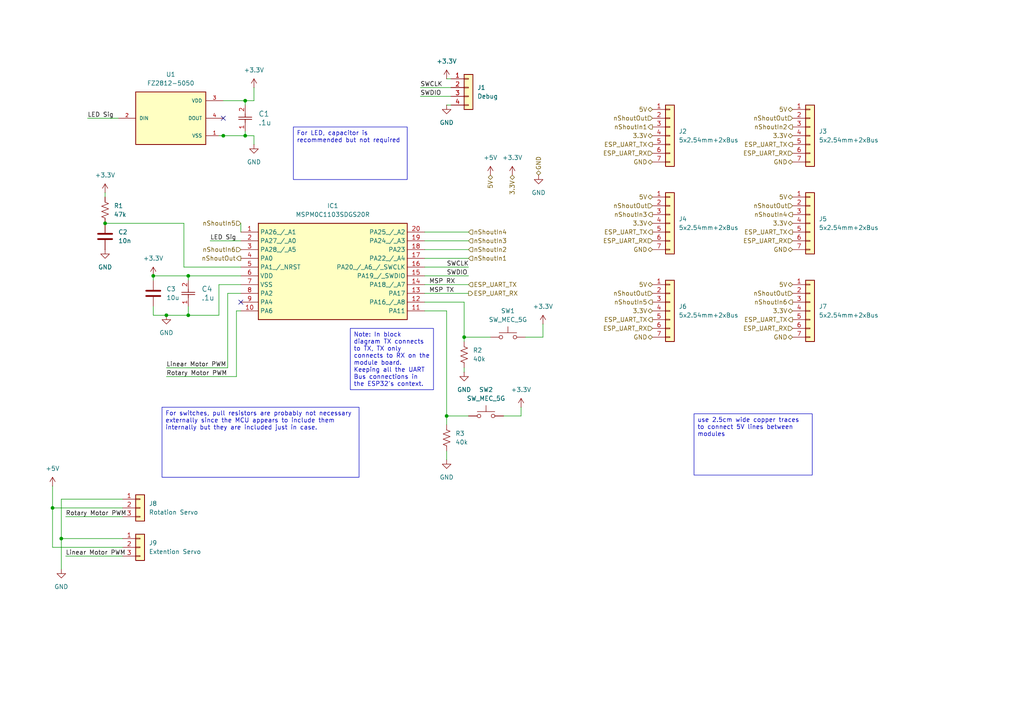
<source format=kicad_sch>
(kicad_sch (version 20250114) (generator "eeschema") (generator_version "9.0")
  (paper "A4")
  (title_block (title "Module Board") (date "2025-11-21") (rev "1") (company "WPI") (comment 1 "ECE 2799 T1") (comment 2 "Rev 1: AAC"))
  (lib_symbols
    (symbol "Connector_Generic:Conn_01x03" (pin_names (offset 1.016) (hide yes))
      (property "Reference" "J" (at 0 5.08 0))
      (property "Value" "Conn_01x03" (at 0 -5.08 0))
      (symbol "Conn_01x03_1_1"
        (rectangle (start -1.27 3.81) (end 1.27 -3.81) (stroke (width 0.254)) (fill (type background)))
        (rectangle (start -1.27 2.667) (end 0 2.413) (stroke (width 0.1524)))
        (rectangle (start -1.27 0.127) (end 0 -0.127) (stroke (width 0.1524)))
        (rectangle (start -1.27 -2.413) (end 0 -2.667) (stroke (width 0.1524)))
        (pin passive line (at -5.08 2.54 0) (length 3.81) (name "Pin_1") (number "1"))
        (pin passive line (at -5.08 0 0) (length 3.81) (name "Pin_2") (number "2"))
        (pin passive line (at -5.08 -2.54 0) (length 3.81) (name "Pin_3") (number "3"))
      )
    )
    (symbol "Connector_Generic:Conn_01x04" (pin_names (offset 1.016) (hide yes))
      (property "Reference" "J" (at 0 5.08 0))
      (property "Value" "Conn_01x04" (at 0 -7.62 0))
      (symbol "Conn_01x04_1_1"
        (rectangle (start -1.27 3.81) (end 1.27 -6.35) (stroke (width 0.254)) (fill (type background)))
        (rectangle (start -1.27 2.667) (end 0 2.413) (stroke (width 0.1524)))
        (rectangle (start -1.27 0.127) (end 0 -0.127) (stroke (width 0.1524)))
        (rectangle (start -1.27 -2.413) (end 0 -2.667) (stroke (width 0.1524)))
        (rectangle (start -1.27 -4.953) (end 0 -5.207) (stroke (width 0.1524)))
        (pin passive line (at -5.08 2.54 0) (length 3.81) (name "Pin_1") (number "1"))
        (pin passive line (at -5.08 0 0) (length 3.81) (name "Pin_2") (number "2"))
        (pin passive line (at -5.08 -2.54 0) (length 3.81) (name "Pin_3") (number "3"))
        (pin passive line (at -5.08 -5.08 0) (length 3.81) (name "Pin_4") (number "4"))
      )
    )
    (symbol "Connector_Generic:Conn_01x07" (pin_names (offset 1.016) (hide yes))
      (property "Reference" "J" (at 0 10.16 0))
      (property "Value" "Conn_01x07" (at 0 -10.16 0))
      (symbol "Conn_01x07_1_1"
        (rectangle (start -1.27 8.89) (end 1.27 -8.89) (stroke (width 0.254)) (fill (type background)))
        (rectangle (start -1.27 7.747) (end 0 7.493) (stroke (width 0.1524)))
        (rectangle (start -1.27 5.207) (end 0 4.953) (stroke (width 0.1524)))
        (rectangle (start -1.27 2.667) (end 0 2.413) (stroke (width 0.1524)))
        (rectangle (start -1.27 0.127) (end 0 -0.127) (stroke (width 0.1524)))
        (rectangle (start -1.27 -2.413) (end 0 -2.667) (stroke (width 0.1524)))
        (rectangle (start -1.27 -4.953) (end 0 -5.207) (stroke (width 0.1524)))
        (rectangle (start -1.27 -7.493) (end 0 -7.747) (stroke (width 0.1524)))
        (pin passive line (at -5.08 7.62 0) (length 3.81) (name "Pin_1") (number "1"))
        (pin passive line (at -5.08 5.08 0) (length 3.81) (name "Pin_2") (number "2"))
        (pin passive line (at -5.08 2.54 0) (length 3.81) (name "Pin_3") (number "3"))
        (pin passive line (at -5.08 0 0) (length 3.81) (name "Pin_4") (number "4"))
        (pin passive line (at -5.08 -2.54 0) (length 3.81) (name "Pin_5") (number "5"))
        (pin passive line (at -5.08 -5.08 0) (length 3.81) (name "Pin_6") (number "6"))
        (pin passive line (at -5.08 -7.62 0) (length 3.81) (name "Pin_7") (number "7"))
      )
    )
    (symbol "Device:C" (pin_numbers (hide yes)) (pin_names (offset 0.254))
      (property "Reference" "C" (at 0.635 2.54 0))
      (property "Value" "C" (at 0.635 -2.54 0))
      (symbol "C_0_1"
        (polyline (pts (xy -2.032 0.762) (xy 2.032 0.762)) (stroke (width 0.508)))
        (polyline (pts (xy -2.032 -0.762) (xy 2.032 -0.762)) (stroke (width 0.508)))
      )
      (symbol "C_1_1"
        (pin passive line (at 0 3.81 270) (length 2.794) (name "~") (number "1"))
        (pin passive line (at 0 -3.81 90) (length 2.794) (name "~") (number "2"))
      )
    )
    (symbol "Device:R_US" (pin_numbers (hide yes)) (pin_names (offset 0))
      (property "Reference" "R" (at 2.54 0 90))
      (property "Value" "R_US" (at -2.54 0 90))
      (symbol "R_US_0_1"
        (polyline (pts (xy 0 2.286) (xy 0 2.54)))
        (polyline (pts (xy 0 2.286) (xy 1.016 1.905) (xy 0 1.524) (xy -1.016 1.143) (xy 0 0.762)))
        (polyline (pts (xy 0 0.762) (xy 1.016 0.381) (xy 0 0) (xy -1.016 -0.381) (xy 0 -0.762)))
        (polyline (pts (xy 0 -0.762) (xy 1.016 -1.143) (xy 0 -1.524) (xy -1.016 -1.905) (xy 0 -2.286)))
        (polyline (pts (xy 0 -2.286) (xy 0 -2.54)))
      )
      (symbol "R_US_1_1"
        (pin passive line (at 0 3.81 270) (length 1.27) (name "~") (number "1"))
        (pin passive line (at 0 -3.81 90) (length 1.27) (name "~") (number "2"))
      )
    )
    (symbol "MSPM0C1103SDGS20R:MSPM0C1103SDGS20R"
      (property "Reference" "IC" (at 49.53 7.62 0))
      (property "Value" "MSPM0C1103SDGS20R" (at 49.53 5.08 0))
      (symbol "MSPM0C1103SDGS20R_1_1"
        (rectangle (start 5.08 2.54) (end 48.26 -25.4) (stroke (width 0.254)) (fill (type background)))
        (pin passive line (at 0 0 0) (length 5.08) (name "PA26_/_A1") (number "1"))
        (pin passive line (at 0 -2.54 0) (length 5.08) (name "PA27_/_A0") (number "2"))
        (pin passive line (at 0 -5.08 0) (length 5.08) (name "PA28_/_A5") (number "3"))
        (pin passive line (at 0 -7.62 0) (length 5.08) (name "PA0") (number "4"))
        (pin passive line (at 0 -10.16 0) (length 5.08) (name "PA1_/_NRST") (number "5"))
        (pin passive line (at 0 -12.7 0) (length 5.08) (name "VDD") (number "6"))
        (pin passive line (at 0 -15.24 0) (length 5.08) (name "VSS") (number "7"))
        (pin passive line (at 0 -17.78 0) (length 5.08) (name "PA2") (number "8"))
        (pin passive line (at 0 -20.32 0) (length 5.08) (name "PA4") (number "9"))
        (pin passive line (at 0 -22.86 0) (length 5.08) (name "PA6") (number "10"))
        (pin passive line (at 53.34 0 180) (length 5.08) (name "PA25_/_A2") (number "20"))
        (pin passive line (at 53.34 -2.54 180) (length 5.08) (name "PA24_/_A3") (number "19"))
        (pin passive line (at 53.34 -5.08 180) (length 5.08) (name "PA23") (number "18"))
        (pin passive line (at 53.34 -7.62 180) (length 5.08) (name "PA22_/_A4") (number "17"))
        (pin passive line (at 53.34 -10.16 180) (length 5.08) (name "PA20_/_A6_/_SWCLK") (number "16"))
        (pin passive line (at 53.34 -12.7 180) (length 5.08) (name "PA19_/_SWDIO") (number "15"))
        (pin passive line (at 53.34 -15.24 180) (length 5.08) (name "PA18_/_A7") (number "14"))
        (pin passive line (at 53.34 -17.78 180) (length 5.08) (name "PA17") (number "13"))
        (pin passive line (at 53.34 -20.32 180) (length 5.08) (name "PA16_/_A8") (number "12"))
        (pin passive line (at 53.34 -22.86 180) (length 5.08) (name "PA11") (number "11"))
      )
    )
    (symbol "Switch:SW_MEC_5G" (pin_numbers (hide yes)) (pin_names (offset 1.016) (hide yes))
      (property "Reference" "SW" (at 1.27 2.54 0))
      (property "Value" "SW_MEC_5G" (at 0 -1.524 0))
      (symbol "SW_MEC_5G_0_1"
        (circle (center -2.032 0) (radius 0.508))
        (polyline (pts (xy 0 1.27) (xy 0 3.048)))
        (circle (center 2.032 0) (radius 0.508))
        (polyline (pts (xy 2.54 1.27) (xy -2.54 1.27)))
        (pin passive line (at -5.08 0 0) (length 2.54) (name "A") (number "1"))
        (pin passive line (at 5.08 0 180) (length 2.54) (name "B") (number "3"))
      )
      (symbol "SW_MEC_5G_1_1"
        (pin passive line (at -5.08 0 0) (length 2.54) (hide yes) (name "A") (number "2"))
        (pin passive line (at 5.08 0 180) (length 2.54) (hide yes) (name "B") (number "4"))
      )
    )
    (symbol "power:+3.3V" (power) (pin_numbers (hide yes)) (pin_names (offset 0) (hide yes))
      (property "Value" "+3.3V" (at 0 3.556 0))
      (symbol "+3.3V_0_1"
        (polyline (pts (xy -0.762 1.27) (xy 0 2.54)))
        (polyline (pts (xy 0 2.54) (xy 0.762 1.27)))
        (polyline (pts (xy 0 0) (xy 0 2.54)))
      )
      (symbol "+3.3V_1_1"
        (pin power_in line (at 0 0 90) (length 0) (name "~") (number "1"))
      )
    )
    (symbol "power:+5V" (power) (pin_numbers (hide yes)) (pin_names (offset 0) (hide yes))
      (property "Value" "+5V" (at 0 3.556 0))
      (symbol "+5V_0_1"
        (polyline (pts (xy -0.762 1.27) (xy 0 2.54)))
        (polyline (pts (xy 0 2.54) (xy 0.762 1.27)))
        (polyline (pts (xy 0 0) (xy 0 2.54)))
      )
      (symbol "+5V_1_1"
        (pin power_in line (at 0 0 90) (length 0) (name "~") (number "1"))
      )
    )
    (symbol "power:GND" (power) (pin_numbers (hide yes)) (pin_names (offset 0) (hide yes))
      (property "Value" "GND" (at 0 -3.81 0))
      (symbol "GND_0_1"
        (polyline (pts (xy 0 0) (xy 0 -1.27) (xy 1.27 -1.27) (xy 0 -2.54) (xy -1.27 -1.27) (xy 0 -1.27)))
      )
      (symbol "GND_1_1"
        (pin power_in line (at 0 0 270) (length 0) (name "~") (number "1"))
      )
    )
    (symbol "roseActuatorLibrary:C0805C104J5RACTU" (pin_names (offset 0.254))
      (property "Reference" "C" (at 3.81 3.81 0))
      (property "Value" "C0805C104J5RACTU" (at 3.81 -3.81 0))
      (symbol "C0805C104J5RACTU_1_1"
        (polyline (pts (xy 2.54 0) (xy 3.4798 0)) (stroke (width 0.2032)))
        (polyline (pts (xy 3.4798 -1.905) (xy 3.4798 1.905)) (stroke (width 0.2032)))
        (polyline (pts (xy 4.1148 0) (xy 5.08 0)) (stroke (width 0.2032)))
        (polyline (pts (xy 4.1148 -1.905) (xy 4.1148 1.905)) (stroke (width 0.2032)))
        (pin unspecified line (at 0 0 0) (length 2.54) (name "") (number "1"))
        (pin unspecified line (at 7.62 0 180) (length 2.54) (name "") (number "2"))
      )
      (symbol "C0805C104J5RACTU_1_2"
        (polyline (pts (xy -1.905 -3.4798) (xy 1.905 -3.4798)) (stroke (width 0.2032)))
        (polyline (pts (xy -1.905 -4.1148) (xy 1.905 -4.1148)) (stroke (width 0.2032)))
        (polyline (pts (xy 0 -2.54) (xy 0 -3.4798)) (stroke (width 0.2032)))
        (polyline (pts (xy 0 -4.1148) (xy 0 -5.08)) (stroke (width 0.2032)))
        (pin unspecified line (at 0 0 270) (length 2.54) (name "") (number "1"))
        (pin unspecified line (at 0 -7.62 90) (length 2.54) (name "") (number "2"))
      )
    )
    (symbol "roseActuatorLibrary:FZ2812-5050" (pin_names (offset 1.016))
      (property "Reference" "U" (at -10.16 7.62 0))
      (property "Value" "FZ2812-5050" (at -10.16 -10.16 0))
      (symbol "FZ2812-5050_0_0"
        (rectangle (start -10.16 -7.62) (end 10.16 7.62) (stroke (width 0.254)) (fill (type background)))
        (pin input line (at -15.24 0 0) (length 5.08) (name "DIN") (number "2"))
        (pin power_in line (at 15.24 5.08 180) (length 5.08) (name "VDD") (number "3"))
        (pin output line (at 15.24 0 180) (length 5.08) (name "DOUT") (number "4"))
        (pin power_in line (at 15.24 -5.08 180) (length 5.08) (name "VSS") (number "1"))
      )
    )
  )
  (text_box "Note: In block diagram TX connects to TX, TX only connects to RX on the module board. Keeping all the UART Bus connections in the ESP32's context." (at 101.6 95.25 0) (size 24.13 17.78) (margins 0.9525 0.9525 0.9525 0.9525) (effects (font (size 1.27 1.27)) (justify left top)))
  (text_box "For switches, pull resistors are probably not necessary externally since the MCU appears to include them internally but they are included just in case." (at 46.99 118.11 0) (size 57.15 20.32) (margins 0.9525 0.9525 0.9525 0.9525) (effects (font (size 1.27 1.27)) (justify left top)))
  (text_box "For LED, capacitor is recommended but not required" (at 85.09 36.83 0) (size 33.02 15.24) (margins 0.9525 0.9525 0.9525 0.9525) (effects (font (size 1.27 1.27)) (justify left top)))
  (text_box "use 2.5cm wide copper traces to connect 5V lines between modules" (at 201.295 120.015 0) (size 34.29 17.78) (margins 0.9525 0.9525 0.9525 0.9525) (effects (font (size 1.27 1.27)) (justify left top)))
  (junction (at 15.24 147.32))
  (junction (at 129.54 120.65))
  (junction (at 48.26 91.44))
  (junction (at 54.61 80.01))
  (junction (at 17.78 156.21))
  (junction (at 71.12 39.37))
  (junction (at 54.61 91.44))
  (junction (at 134.62 97.79))
  (junction (at 64.77 39.37))
  (junction (at 30.48 64.77))
  (junction (at 71.12 29.21))
  (junction (at 44.45 80.01))
  (no_connect (at 64.77 34.29))
  (no_connect (at 69.85 87.63))
  (wire (pts (xy 48.26 109.22) (xy 68.58 109.22)))
  (wire (pts (xy 17.78 156.21) (xy 17.78 144.78)))
  (wire (pts (xy 157.48 97.79) (xy 152.4 97.79)))
  (wire (pts (xy 63.5 82.55) (xy 63.5 91.44)))
  (wire (pts (xy 69.85 82.55) (xy 63.5 82.55)))
  (wire (pts (xy 123.19 90.17) (xy 129.54 90.17)))
  (wire (pts (xy 54.61 80.01) (xy 69.85 80.01)))
  (wire (pts (xy 129.54 22.86) (xy 130.81 22.86)))
  (wire (pts (xy 71.12 29.21) (xy 64.77 29.21)))
  (wire (pts (xy 71.12 39.37) (xy 73.66 39.37)))
  (wire (pts (xy 30.48 55.88) (xy 30.48 57.15)))
  (wire (pts (xy 34.29 34.29) (xy 25.4 34.29)))
  (wire (pts (xy 71.12 30.48) (xy 71.12 29.21)))
  (wire (pts (xy 69.85 85.09) (xy 66.04 85.09)))
  (wire (pts (xy 129.54 120.65) (xy 129.54 123.19)))
  (wire (pts (xy 64.77 39.37) (xy 71.12 39.37)))
  (wire (pts (xy 68.58 90.17) (xy 68.58 109.22)))
  (wire (pts (xy 129.54 130.81) (xy 129.54 133.35)))
  (wire (pts (xy 146.05 120.65) (xy 151.13 120.65)))
  (wire (pts (xy 73.66 25.4) (xy 73.66 29.21)))
  (wire (pts (xy 19.05 161.29) (xy 35.56 161.29)))
  (wire (pts (xy 69.85 90.17) (xy 68.58 90.17)))
  (wire (pts (xy 73.66 29.21) (xy 71.12 29.21)))
  (wire (pts (xy 142.24 97.79) (xy 134.62 97.79)))
  (wire (pts (xy 134.62 87.63) (xy 134.62 97.79)))
  (wire (pts (xy 66.04 85.09) (xy 66.04 106.68)))
  (wire (pts (xy 121.92 27.94) (xy 130.81 27.94)))
  (wire (pts (xy 54.61 88.9) (xy 54.61 91.44)))
  (wire (pts (xy 44.45 91.44) (xy 48.26 91.44)))
  (wire (pts (xy 44.45 80.01) (xy 54.61 80.01)))
  (wire (pts (xy 48.26 91.44) (xy 54.61 91.44)))
  (wire (pts (xy 15.24 158.75) (xy 35.56 158.75)))
  (wire (pts (xy 54.61 91.44) (xy 63.5 91.44)))
  (wire (pts (xy 129.54 30.48) (xy 130.81 30.48)))
  (wire (pts (xy 134.62 106.68) (xy 134.62 107.95)))
  (wire (pts (xy 30.48 64.77) (xy 53.34 64.77)))
  (wire (pts (xy 123.19 67.31) (xy 135.89 67.31)))
  (wire (pts (xy 53.34 77.47) (xy 69.85 77.47)))
  (wire (pts (xy 123.19 85.09) (xy 135.89 85.09)))
  (wire (pts (xy 123.19 82.55) (xy 135.89 82.55)))
  (wire (pts (xy 123.19 77.47) (xy 135.89 77.47)))
  (wire (pts (xy 17.78 144.78) (xy 35.56 144.78)))
  (wire (pts (xy 15.24 147.32) (xy 35.56 147.32)))
  (wire (pts (xy 123.19 87.63) (xy 134.62 87.63)))
  (wire (pts (xy 123.19 69.85) (xy 135.89 69.85)))
  (wire (pts (xy 63.5 39.37) (xy 64.77 39.37)))
  (wire (pts (xy 44.45 80.01) (xy 44.45 81.28)))
  (wire (pts (xy 15.24 147.32) (xy 15.24 158.75)))
  (wire (pts (xy 129.54 90.17) (xy 129.54 120.65)))
  (wire (pts (xy 157.48 93.98) (xy 157.48 97.79)))
  (wire (pts (xy 123.19 74.93) (xy 135.89 74.93)))
  (wire (pts (xy 69.85 64.77) (xy 69.85 67.31)))
  (wire (pts (xy 15.24 140.97) (xy 15.24 147.32)))
  (wire (pts (xy 53.34 64.77) (xy 53.34 77.47)))
  (wire (pts (xy 134.62 97.79) (xy 134.62 99.06)))
  (wire (pts (xy 48.26 106.68) (xy 66.04 106.68)))
  (wire (pts (xy 54.61 80.01) (xy 54.61 81.28)))
  (wire (pts (xy 17.78 156.21) (xy 35.56 156.21)))
  (wire (pts (xy 123.19 72.39) (xy 135.89 72.39)))
  (wire (pts (xy 151.13 120.65) (xy 151.13 118.11)))
  (wire (pts (xy 17.78 165.1) (xy 17.78 156.21)))
  (wire (pts (xy 44.45 91.44) (xy 44.45 88.9)))
  (wire (pts (xy 71.12 38.1) (xy 71.12 39.37)))
  (wire (pts (xy 60.96 69.85) (xy 69.85 69.85)))
  (wire (pts (xy 121.92 25.4) (xy 130.81 25.4)))
  (wire (pts (xy 129.54 120.65) (xy 135.89 120.65)))
  (wire (pts (xy 123.19 80.01) (xy 135.89 80.01)))
  (wire (pts (xy 19.05 149.86) (xy 35.56 149.86)))
  (wire (pts (xy 73.66 41.91) (xy 73.66 39.37)))
  (label "SWCLK" (at 129.54 77.47 0))
  (label "Rotary Motor PWM" (at 19.05 149.86 0))
  (label "SWDIO" (at 129.54 80.01 0))
  (label "Linear Motor PWM" (at 48.26 106.68 0))
  (label "LED Sig" (at 60.96 69.85 0))
  (label "SWDIO" (at 121.92 27.94 0))
  (label "Linear Motor PWM" (at 19.05 161.29 0))
  (label "MSP RX" (at 124.46 82.55 0))
  (label "LED Sig" (at 25.4 34.29 0))
  (label "SWCLK" (at 121.92 25.4 0))
  (label "MSP TX" (at 124.46 85.09 0))
  (label "Rotary Motor PWM" (at 48.26 109.22 0))
  (hierarchical_label "nShoutOut" (shape input) (at 229.87 34.29 180))
  (hierarchical_label "5V" (shape bidirectional) (at 229.87 82.55 180))
  (hierarchical_label "ESP_UART_RX" (shape output) (at 135.89 85.09 0))
  (hierarchical_label "ESP_UART_RX" (shape input) (at 189.23 69.85 180))
  (hierarchical_label "nShoutIn3" (shape output) (at 189.23 62.23 180))
  (hierarchical_label "3.3V" (shape bidirectional) (at 189.23 64.77 180))
  (hierarchical_label "3.3V" (shape bidirectional) (at 229.87 39.37 180))
  (hierarchical_label "ESP_UART_TX" (shape output) (at 229.87 67.31 180))
  (hierarchical_label "3.3V" (shape bidirectional) (at 229.87 90.17 180))
  (hierarchical_label "ESP_UART_TX" (shape output) (at 189.23 92.71 180))
  (hierarchical_label "3.3V" (shape bidirectional) (at 229.87 64.77 180))
  (hierarchical_label "nShoutIn5" (shape output) (at 189.23 87.63 180))
  (hierarchical_label "GND" (shape bidirectional) (at 229.87 97.79 180))
  (hierarchical_label "nShoutIn4" (shape output) (at 229.87 62.23 180))
  (hierarchical_label "GND" (shape bidirectional) (at 156.21 50.8 90))
  (hierarchical_label "nShoutIn3" (shape input) (at 135.89 69.85 0))
  (hierarchical_label "nShoutIn2" (shape output) (at 229.87 36.83 180))
  (hierarchical_label "nShoutOut" (shape input) (at 229.87 85.09 180))
  (hierarchical_label "5V" (shape bidirectional) (at 229.87 31.75 180))
  (hierarchical_label "GND" (shape bidirectional) (at 229.87 46.99 180))
  (hierarchical_label "ESP_UART_RX" (shape input) (at 189.23 95.25 180))
  (hierarchical_label "nShoutIn6" (shape input) (at 69.85 72.39 180))
  (hierarchical_label "ESP_UART_TX" (shape input) (at 135.89 82.55 0))
  (hierarchical_label "3.3V" (shape bidirectional) (at 189.23 39.37 180))
  (hierarchical_label "nShoutOut" (shape input) (at 189.23 85.09 180))
  (hierarchical_label "ESP_UART_TX" (shape output) (at 189.23 67.31 180))
  (hierarchical_label "nShoutOut" (shape input) (at 189.23 59.69 180))
  (hierarchical_label "ESP_UART_TX" (shape output) (at 189.23 41.91 180))
  (hierarchical_label "3.3V" (shape bidirectional) (at 189.23 90.17 180))
  (hierarchical_label "5V" (shape bidirectional) (at 189.23 31.75 180))
  (hierarchical_label "nShoutIn5" (shape input) (at 69.85 64.77 180))
  (hierarchical_label "5V" (shape bidirectional) (at 189.23 82.55 180))
  (hierarchical_label "nShoutIn4" (shape input) (at 135.89 67.31 0))
  (hierarchical_label "nShoutIn1" (shape input) (at 135.89 74.93 0))
  (hierarchical_label "3.3V" (shape bidirectional) (at 148.59 50.8 270))
  (hierarchical_label "nShoutOut" (shape output) (at 69.85 74.93 180))
  (hierarchical_label "GND" (shape bidirectional) (at 189.23 97.79 180))
  (hierarchical_label "GND" (shape bidirectional) (at 229.87 72.39 180))
  (hierarchical_label "ESP_UART_RX" (shape input) (at 229.87 44.45 180))
  (hierarchical_label "ESP_UART_TX" (shape output) (at 229.87 92.71 180))
  (hierarchical_label "5V" (shape bidirectional) (at 189.23 57.15 180))
  (hierarchical_label "nShoutIn1" (shape output) (at 189.23 36.83 180))
  (hierarchical_label "ESP_UART_RX" (shape input) (at 229.87 69.85 180))
  (hierarchical_label "GND" (shape bidirectional) (at 189.23 46.99 180))
  (hierarchical_label "ESP_UART_RX" (shape input) (at 189.23 44.45 180))
  (hierarchical_label "5V" (shape bidirectional) (at 142.24 50.8 270))
  (hierarchical_label "nShoutIn2" (shape input) (at 135.89 72.39 0))
  (hierarchical_label "nShoutOut" (shape input) (at 229.87 59.69 180))
  (hierarchical_label "ESP_UART_RX" (shape input) (at 229.87 95.25 180))
  (hierarchical_label "ESP_UART_TX" (shape output) (at 229.87 41.91 180))
  (hierarchical_label "nShoutIn6" (shape output) (at 229.87 87.63 180))
  (hierarchical_label "nShoutOut" (shape input) (at 189.23 34.29 180))
  (hierarchical_label "5V" (shape bidirectional) (at 229.87 57.15 180))
  (hierarchical_label "GND" (shape bidirectional) (at 189.23 72.39 180))
  (symbol (lib_id "power:GND") (at 48.26 91.44 0) (unit 1)
    (property "Reference" "#PWR011" (effects (hide yes)))
    (property "Value" "GND" (at 48.26 96.52 0))
    (property "Description" "Power symbol creates a global label with name \"GND\" , ground" (effects (hide yes)))
  )
  (symbol (lib_id "power:+5V") (at 15.24 140.97 0) (unit 1)
    (property "Reference" "#PWR016" (effects (hide yes)))
    (property "Value" "+5V" (at 15.24 135.89 0))
    (property "Description" "Power symbol creates a global label with name \"+5V\"" (effects (hide yes)))
  )
  (symbol (lib_id "power:GND") (at 129.54 133.35 0) (unit 1)
    (property "Reference" "#PWR015" (effects (hide yes)))
    (property "Value" "GND" (at 129.54 138.43 0))
    (property "Description" "Power symbol creates a global label with name \"GND\" , ground" (effects (hide yes)))
  )
  (symbol (lib_id "Connector_Generic:Conn_01x07") (at 194.31 39.37 0) (unit 1)
    (property "Reference" "J2" (at 196.85 38.0999 0) (effects (justify left)))
    (property "Value" "5x2.54mm+2xBus" (at 196.85 40.6399 0) (effects (justify left)))
    (property "Description" "Generic connector, single row, 01x07, script generated (kicad-library-utils/schlib/autogen/connector/)" (effects (hide yes)))
  )
  (symbol (lib_id "power:GND") (at 134.62 107.95 0) (unit 1)
    (property "Reference" "#PWR013" (effects (hide yes)))
    (property "Value" "GND" (at 134.62 113.03 0))
    (property "Description" "Power symbol creates a global label with name \"GND\" , ground" (effects (hide yes)))
  )
  (symbol (lib_id "Connector_Generic:Conn_01x07") (at 194.31 64.77 0) (unit 1)
    (property "Reference" "J4" (at 196.85 63.4999 0) (effects (justify left)))
    (property "Value" "5x2.54mm+2xBus" (at 196.85 66.0399 0) (effects (justify left)))
    (property "Description" "Generic connector, single row, 01x07, script generated (kicad-library-utils/schlib/autogen/connector/)" (effects (hide yes)))
  )
  (symbol (lib_id "power:+3.3V") (at 73.66 25.4 0) (unit 1)
    (property "Reference" "#PWR02" (effects (hide yes)))
    (property "Value" "+3.3V" (at 73.66 20.32 0))
    (property "Description" "Power symbol creates a global label with name \"+3.3V\"" (effects (hide yes)))
  )
  (symbol (lib_id "Connector_Generic:Conn_01x07") (at 194.31 90.17 0) (unit 1)
    (property "Reference" "J6" (at 196.85 88.8999 0) (effects (justify left)))
    (property "Value" "5x2.54mm+2xBus" (at 196.85 91.4399 0) (effects (justify left)))
    (property "Description" "Generic connector, single row, 01x07, script generated (kicad-library-utils/schlib/autogen/connector/)" (effects (hide yes)))
  )
  (symbol (lib_id "Device:R_US") (at 30.48 60.96 0) (unit 1)
    (property "Reference" "R1" (at 33.02 59.6899 0) (effects (justify left)))
    (property "Value" "47k" (at 33.02 62.2299 0) (effects (justify left)))
    (property "Description" "Resistor, US symbol" (effects (hide yes)))
  )
  (symbol (lib_id "Device:C") (at 30.48 68.58 0) (unit 1)
    (property "Reference" "C2" (at 34.29 67.3099 0) (effects (justify left)))
    (property "Value" "10n" (at 34.29 69.8499 0) (effects (justify left)))
    (property "Description" "Unpolarized capacitor" (effects (hide yes)))
  )
  (symbol (lib_id "Connector_Generic:Conn_01x07") (at 234.95 39.37 0) (unit 1)
    (property "Reference" "J3" (at 237.49 38.0999 0) (effects (justify left)))
    (property "Value" "5x2.54mm+2xBus" (at 237.49 40.6399 0) (effects (justify left)))
    (property "Description" "Generic connector, single row, 01x07, script generated (kicad-library-utils/schlib/autogen/connector/)" (effects (hide yes)))
  )
  (symbol (lib_id "power:+3.3V") (at 129.54 22.86 0) (unit 1)
    (property "Reference" "#PWR01" (effects (hide yes)))
    (property "Value" "+3.3V" (at 129.54 17.78 0))
    (property "Description" "Power symbol creates a global label with name \"+3.3V\"" (effects (hide yes)))
  )
  (symbol (lib_id "power:+3.3V") (at 30.48 55.88 0) (unit 1)
    (property "Reference" "#PWR08" (effects (hide yes)))
    (property "Value" "+3.3V" (at 30.48 50.8 0))
    (property "Description" "Power symbol creates a global label with name \"+3.3V\"" (effects (hide yes)))
  )
  (symbol (lib_id "Device:R_US") (at 129.54 127 0) (unit 1)
    (property "Reference" "R3" (at 132.08 125.7299 0) (effects (justify left)))
    (property "Value" "40k" (at 132.08 128.2699 0) (effects (justify left)))
    (property "Description" "Resistor, US symbol" (effects (hide yes)))
  )
  (symbol (lib_id "roseActuatorLibrary:FZ2812-5050") (at 49.53 34.29 0) (unit 1)
    (property "Reference" "U1" (at 49.53 21.59 0))
    (property "Value" "FZ2812-5050" (at 49.53 24.13 0))
    (property "Footprint" "FZ2812-5050:LED_FZ2812-5050" (effects (hide yes)))
    (property "PARTREV" "1" (effects (hide yes)))
    (property "STANDARD" "Manufacturer Recommendations" (effects (hide yes)))
    (property "SNAPEDA_PN" "FZ2812-5050" (effects (hide yes)))
    (property "MAXIMUM_PACKAGE_HEIGHT" "1.6mm" (effects (hide yes)))
    (property "MANUFACTURER" "Feztek" (effects (hide yes)))
  )
  (symbol (lib_id "Switch:SW_MEC_5G") (at 140.97 120.65 0) (unit 1)
    (property "Reference" "SW2" (at 140.97 113.03 0))
    (property "Value" "SW_MEC_5G" (at 140.97 115.57 0))
    (property "Datasheet" "http://www.apem.com/int/index.php?controller=attachment&id_attachment=488" (effects (hide yes)))
    (property "Description" "MEC 5G single pole normally-open tactile switch" (effects (hide yes)))
  )
  (symbol (lib_id "power:+5V") (at 142.24 50.8 0) (unit 1)
    (property "Reference" "#PWR05" (effects (hide yes)))
    (property "Value" "+5V" (at 142.24 45.72 0))
    (property "Description" "Power symbol creates a global label with name \"+5V\"" (effects (hide yes)))
  )
  (symbol (lib_id "power:+3.3V") (at 151.13 118.11 0) (unit 1)
    (property "Reference" "#PWR014" (effects (hide yes)))
    (property "Value" "+3.3V" (at 151.13 113.03 0))
    (property "Description" "Power symbol creates a global label with name \"+3.3V\"" (effects (hide yes)))
  )
  (symbol (lib_id "roseActuatorLibrary:C0805C104J5RACTU") (at 54.61 88.9 90) (unit 1)
    (property "Reference" "C4" (at 58.42 83.8199 90) (effects (font (size 1.524 1.524)) (justify right)))
    (property "Value" ".1u" (at 58.42 86.3599 90) (effects (font (size 1.524 1.524)) (justify right)))
    (property "Footprint" "CAPC220145_88N_KEM" (effects (hide yes)))
    (property "Datasheet" "https://content.kemet.com/datasheets/KEM_C1002_X7R_SMD.pdf" (effects (hide yes)))
  )
  (symbol (lib_id "power:+3.3V") (at 157.48 93.98 0) (unit 1)
    (property "Reference" "#PWR012" (effects (hide yes)))
    (property "Value" "+3.3V" (at 157.48 88.9 0))
    (property "Description" "Power symbol creates a global label with name \"+3.3V\"" (effects (hide yes)))
  )
  (symbol (lib_id "Device:R_US") (at 134.62 102.87 0) (unit 1)
    (property "Reference" "R2" (at 137.16 101.5999 0) (effects (justify left)))
    (property "Value" "40k" (at 137.16 104.1399 0) (effects (justify left)))
    (property "Description" "Resistor, US symbol" (effects (hide yes)))
  )
  (symbol (lib_id "power:GND") (at 17.78 165.1 0) (unit 1)
    (property "Reference" "#PWR017" (effects (hide yes)))
    (property "Value" "GND" (at 17.78 170.18 0))
    (property "Description" "Power symbol creates a global label with name \"GND\" , ground" (effects (hide yes)))
  )
  (symbol (lib_id "power:+3.3V") (at 44.45 80.01 0) (unit 1)
    (property "Reference" "#PWR010" (effects (hide yes)))
    (property "Value" "+3.3V" (at 44.45 74.93 0))
    (property "Description" "Power symbol creates a global label with name \"+3.3V\"" (effects (hide yes)))
  )
  (symbol (lib_id "Connector_Generic:Conn_01x03") (at 40.64 147.32 0) (unit 1)
    (property "Reference" "J8" (at 43.18 146.0499 0) (effects (justify left)))
    (property "Value" "Rotation Servo" (at 43.18 148.5899 0) (effects (justify left)))
    (property "Description" "Generic connector, single row, 01x03, script generated (kicad-library-utils/schlib/autogen/connector/)" (effects (hide yes)))
  )
  (symbol (lib_id "Connector_Generic:Conn_01x07") (at 234.95 90.17 0) (unit 1)
    (property "Reference" "J7" (at 237.49 88.8999 0) (effects (justify left)))
    (property "Value" "5x2.54mm+2xBus" (at 237.49 91.4399 0) (effects (justify left)))
    (property "Description" "Generic connector, single row, 01x07, script generated (kicad-library-utils/schlib/autogen/connector/)" (effects (hide yes)))
  )
  (symbol (lib_id "power:GND") (at 156.21 50.8 0) (unit 1)
    (property "Reference" "#PWR07" (effects (hide yes)))
    (property "Value" "GND" (at 156.21 55.88 0))
    (property "Description" "Power symbol creates a global label with name \"GND\" , ground" (effects (hide yes)))
  )
  (symbol (lib_id "MSPM0C1103SDGS20R:MSPM0C1103SDGS20R") (at 69.85 67.31 0) (unit 1)
    (property "Reference" "IC1" (at 96.52 59.69 0))
    (property "Value" "MSPM0C1103SDGS20R" (at 96.52 62.23 0))
    (property "Footprint" "SOP50P490X110-20N" (effects (hide yes)))
    (property "Datasheet" "https://www.ti.com/lit/ds/symlink/mspm0c1103.pdf?ts=1726492677123&ref_url=https%253A%252F%252Fwww.ti.com%252Fproduct%252FMSPM0C1103%252Fpart-details%252FMSPM0C1103SDGS20R" (effects (hide yes)))
    (property "Description" "ARM Microcontrollers - MCU 24MHz Arm Cortex-M0+ MCU with 8KB flash, 1KB SRAM, 12-bit ADC" (effects (hide yes)))
    (property "Height" "1.1" (effects (hide yes)))
    (property "Manufacturer_Name" "Texas Instruments" (effects (hide yes)))
    (property "Manufacturer_Part_Number" "MSPM0C1103SDGS20R" (effects (hide yes)))
    (property "Mouser Part Number" "595-MSPM0C1103SDG20R" (effects (hide yes)))
    (property "Mouser Price/Stock" "https://www.mouser.co.uk/ProductDetail/Texas-Instruments/MSPM0C1103SDGS20R?qs=IKkN%2F947nfCUfHSzmFhf5A%3D%3D" (effects (hide yes)))
    (property "Arrow Part Number" "MSPM0C1103SDGS20R" (effects (hide yes)))
    (property "Arrow Price/Stock" "https://www.arrow.com/en/products/mspm0c1103sdgs20r/texas-instruments?utm_currency=USD&region=nac" (effects (hide yes)))
  )
  (symbol (lib_id "Device:C") (at 44.45 85.09 0) (unit 1)
    (property "Reference" "C3" (at 48.26 83.8199 0) (effects (justify left)))
    (property "Value" "10u" (at 48.26 86.3599 0) (effects (justify left)))
    (property "Description" "Unpolarized capacitor" (effects (hide yes)))
  )
  (symbol (lib_id "power:GND") (at 30.48 72.39 0) (unit 1)
    (property "Reference" "#PWR09" (effects (hide yes)))
    (property "Value" "GND" (at 30.48 77.47 0))
    (property "Description" "Power symbol creates a global label with name \"GND\" , ground" (effects (hide yes)))
  )
  (symbol (lib_id "power:GND") (at 73.66 41.91 0) (unit 1)
    (property "Reference" "#PWR04" (effects (hide yes)))
    (property "Value" "GND" (at 73.66 46.99 0))
    (property "Description" "Power symbol creates a global label with name \"GND\" , ground" (effects (hide yes)))
  )
  (symbol (lib_id "Connector_Generic:Conn_01x04") (at 135.89 25.4 0) (unit 1)
    (property "Reference" "J1" (at 138.43 25.3999 0) (effects (justify left)))
    (property "Value" "Debug" (at 138.43 27.9399 0) (effects (justify left)))
    (property "Description" "Generic connector, single row, 01x04, script generated (kicad-library-utils/schlib/autogen/connector/)" (effects (hide yes)))
  )
  (symbol (lib_id "Connector_Generic:Conn_01x07") (at 234.95 64.77 0) (unit 1)
    (property "Reference" "J5" (at 237.49 63.4999 0) (effects (justify left)))
    (property "Value" "5x2.54mm+2xBus" (at 237.49 66.0399 0) (effects (justify left)))
    (property "Description" "Generic connector, single row, 01x07, script generated (kicad-library-utils/schlib/autogen/connector/)" (effects (hide yes)))
  )
  (symbol (lib_id "Switch:SW_MEC_5G") (at 147.32 97.79 0) (unit 1)
    (property "Reference" "SW1" (at 147.32 90.17 0))
    (property "Value" "SW_MEC_5G" (at 147.32 92.71 0))
    (property "Datasheet" "http://www.apem.com/int/index.php?controller=attachment&id_attachment=488" (effects (hide yes)))
    (property "Description" "MEC 5G single pole normally-open tactile switch" (effects (hide yes)))
  )
  (symbol (lib_id "roseActuatorLibrary:C0805C104J5RACTU") (at 71.12 38.1 90) (unit 1)
    (property "Reference" "C1" (at 74.93 33.0199 90) (effects (font (size 1.524 1.524)) (justify right)))
    (property "Value" ".1u" (at 74.93 35.5599 90) (effects (font (size 1.524 1.524)) (justify right)))
    (property "Footprint" "CAPC220145_88N_KEM" (effects (hide yes)))
    (property "Datasheet" "https://content.kemet.com/datasheets/KEM_C1002_X7R_SMD.pdf" (effects (hide yes)))
  )
  (symbol (lib_id "power:GND") (at 129.54 30.48 0) (unit 1)
    (property "Reference" "#PWR03" (effects (hide yes)))
    (property "Value" "GND" (at 129.54 35.56 0))
    (property "Description" "Power symbol creates a global label with name \"GND\" , ground" (effects (hide yes)))
  )
  (symbol (lib_id "Connector_Generic:Conn_01x03") (at 40.64 158.75 0) (unit 1)
    (property "Reference" "J9" (at 43.18 157.4799 0) (effects (justify left)))
    (property "Value" "Extention Servo" (at 43.18 160.0199 0) (effects (justify left)))
    (property "Description" "Generic connector, single row, 01x03, script generated (kicad-library-utils/schlib/autogen/connector/)" (effects (hide yes)))
  )
  (symbol (lib_id "power:+3.3V") (at 148.59 50.8 0) (unit 1)
    (property "Reference" "#PWR06" (effects (hide yes)))
    (property "Value" "+3.3V" (at 148.59 45.72 0))
    (property "Description" "Power symbol creates a global label with name \"+3.3V\"" (effects (hide yes)))
  )
)
</source>
